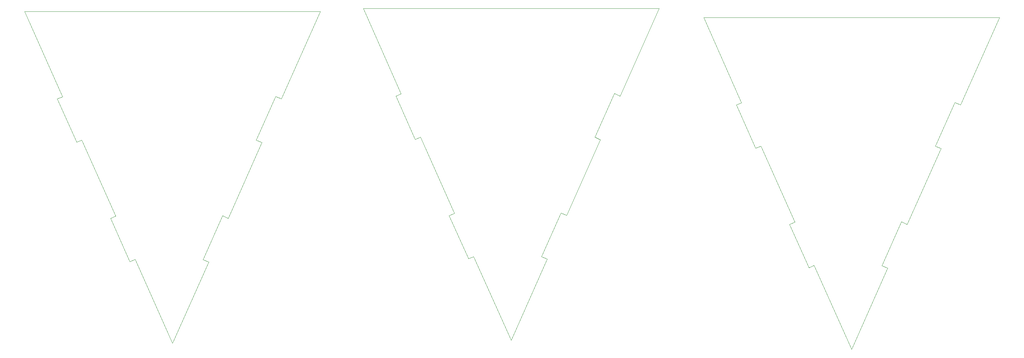
<source format=gbr>
G04 #@! TF.GenerationSoftware,KiCad,Pcbnew,no-vcs-found*
G04 #@! TF.CreationDate,2018-07-18T20:25:48+02:00*
G04 #@! TF.ProjectId,mycelium_pcb,6D7963656C69756D5F7063622E6B6963,rev?*
G04 #@! TF.SameCoordinates,Original
G04 #@! TF.FileFunction,Profile,NP*
%FSLAX46Y46*%
G04 Gerber Fmt 4.6, Leading zero omitted, Abs format (unit mm)*
G04 Created by KiCad (PCBNEW no-vcs-found) date Wed Jul 18 20:25:48 2018*
%MOMM*%
%LPD*%
G01*
G04 APERTURE LIST*
%ADD10C,0.100000*%
G04 APERTURE END LIST*
D10*
X85563100Y-61625740D02*
X86990100Y-62261140D01*
X86990100Y-62261140D02*
X96807100Y-40220240D01*
X96807100Y-40220240D02*
X22299400Y-40220240D01*
X22299400Y-40220240D02*
X31852300Y-61705840D01*
X31852300Y-61705840D02*
X30529400Y-62287240D01*
X30529400Y-62287240D02*
X35396300Y-73187740D01*
X35396300Y-73187740D02*
X36719200Y-72632040D01*
X36719200Y-72632040D02*
X45266000Y-91814340D01*
X45266000Y-91814340D02*
X43943100Y-92397540D01*
X43943100Y-92397540D02*
X48811700Y-103297640D01*
X48811700Y-103297640D02*
X50134700Y-102742340D01*
X50134700Y-102742340D02*
X59553500Y-123882840D01*
X59553500Y-123882840D02*
X68655500Y-103377740D01*
X68655500Y-103377740D02*
X67226400Y-102768440D01*
X67226400Y-102768440D02*
X72147300Y-91736040D01*
X72147300Y-91736040D02*
X73576400Y-92370040D01*
X73576400Y-92370040D02*
X82069200Y-73293540D01*
X82069200Y-73293540D02*
X80640100Y-72658540D01*
X80640100Y-72658540D02*
X85563100Y-61625740D01*
X258059100Y-63785140D02*
X267876100Y-41744240D01*
X256632100Y-63149740D02*
X258059100Y-63785140D01*
X251709100Y-74182540D02*
X256632100Y-63149740D01*
X253138200Y-74817540D02*
X251709100Y-74182540D01*
X244645400Y-93894040D02*
X253138200Y-74817540D01*
X243216300Y-93260040D02*
X244645400Y-93894040D01*
X238295400Y-104292440D02*
X243216300Y-93260040D01*
X239724500Y-104901740D02*
X238295400Y-104292440D01*
X230622500Y-125406840D02*
X239724500Y-104901740D01*
X221203700Y-104266340D02*
X230622500Y-125406840D01*
X219880700Y-104821640D02*
X221203700Y-104266340D01*
X215012100Y-93921540D02*
X219880700Y-104821640D01*
X216335000Y-93338340D02*
X215012100Y-93921540D01*
X207788200Y-74156040D02*
X216335000Y-93338340D01*
X206465300Y-74711740D02*
X207788200Y-74156040D01*
X201598400Y-63811240D02*
X206465300Y-74711740D01*
X202921300Y-63229840D02*
X201598400Y-63811240D01*
X193368400Y-41744240D02*
X202921300Y-63229840D01*
X267876100Y-41744240D02*
X193368400Y-41744240D01*
X182100300Y-39496340D02*
X107592600Y-39496340D01*
X107592600Y-39496340D02*
X117145500Y-60981940D01*
X117145500Y-60981940D02*
X115822600Y-61563340D01*
X115822600Y-61563340D02*
X120689500Y-72463840D01*
X120689500Y-72463840D02*
X122012400Y-71908140D01*
X122012400Y-71908140D02*
X130559200Y-91090440D01*
X130559200Y-91090440D02*
X129236300Y-91673640D01*
X129236300Y-91673640D02*
X134104900Y-102573740D01*
X134104900Y-102573740D02*
X135427900Y-102018440D01*
X135427900Y-102018440D02*
X144846700Y-123158940D01*
X144846700Y-123158940D02*
X153948700Y-102653840D01*
X153948700Y-102653840D02*
X152519600Y-102044540D01*
X152519600Y-102044540D02*
X157440500Y-91012140D01*
X157440500Y-91012140D02*
X158869600Y-91646140D01*
X158869600Y-91646140D02*
X167362400Y-72569640D01*
X167362400Y-72569640D02*
X165933300Y-71934640D01*
X165933300Y-71934640D02*
X170856300Y-60901840D01*
X170856300Y-60901840D02*
X172283300Y-61537240D01*
X172283300Y-61537240D02*
X182100300Y-39496340D01*
M02*

</source>
